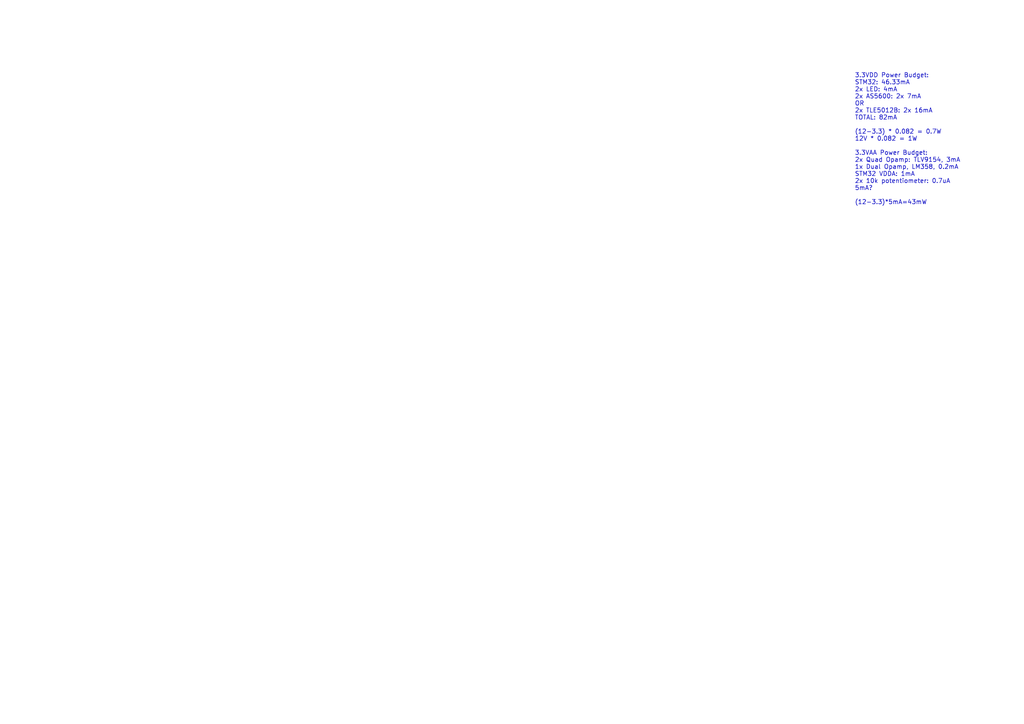
<source format=kicad_sch>
(kicad_sch
	(version 20231120)
	(generator "eeschema")
	(generator_version "8.0")
	(uuid "57f2219b-cae5-4a10-92e2-f5c35139319a")
	(paper "A4")
	(lib_symbols)
	(text "3.3VDD Power Budget:\nSTM32: 46.33mA\n2x LED: 4mA\n2x AS5600: 2x 7mA\nOR\n2x TLE5012B: 2x 16mA\nTOTAL: 82mA\n\n(12-3.3) * 0.082 = 0.7W\n12V * 0.082 = 1W\n\n3.3VAA Power Budget:\n2x Quad Opamp: TLV9154, 3mA\n1x Dual Opamp, LM358, 0.2mA\nSTM32 VDDA: 1mA\n2x 10k potentiometer: 0.7uA\n5mA?\n\n(12-3.3)*5mA=43mW"
		(exclude_from_sim no)
		(at 247.904 40.386 0)
		(effects
			(font
				(size 1.27 1.27)
			)
			(justify left)
		)
		(uuid "0023670e-5ce9-49ca-a573-bebc24712d6e")
	)
)

</source>
